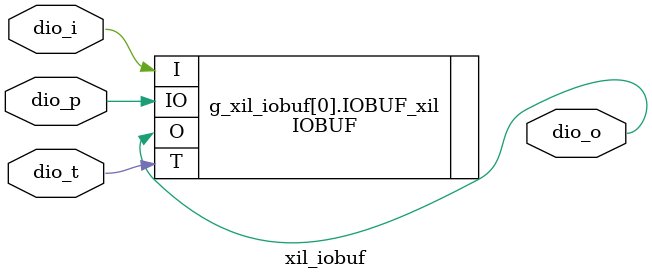
<source format=v>
module xil_iobuf #(
    parameter DATA_WIDTH = 1
) (
    input  wire [(DATA_WIDTH-1):0] dio_i,
    output wire [(DATA_WIDTH-1):0] dio_o,
    input  wire [(DATA_WIDTH-1):0] dio_t,
    // dio_t = 1, for input  at inout port, out_sig -> dio_p -> dio_o
    // dio_t = 0, for output at inout port, out_sig <- dio_p <- dio_i
    inout  wire [(DATA_WIDTH-1):0] dio_p
);

genvar n;
generate
    for (n = 0; n < DATA_WIDTH; n = n+1) begin: g_xil_iobuf
        IOBUF IOBUF_xil (
            .I (dio_i[n]),
            .O (dio_o[n]),
            .T (dio_t[n]),
            .IO(dio_p[n])
        );
    end
endgenerate

endmodule

</source>
